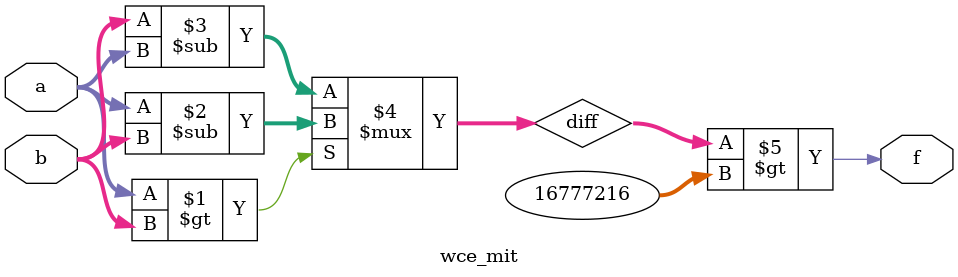
<source format=v>
module wce_mit(a, b, f);
parameter _bit = 64;
parameter wce = 16777216;
input [_bit - 1: 0] a;
input [_bit - 1: 0] b;
output f;
wire [_bit - 1: 0] diff;
assign diff = (a > b)? (a - b): (b - a);
assign f = (diff > wce);
endmodule

</source>
